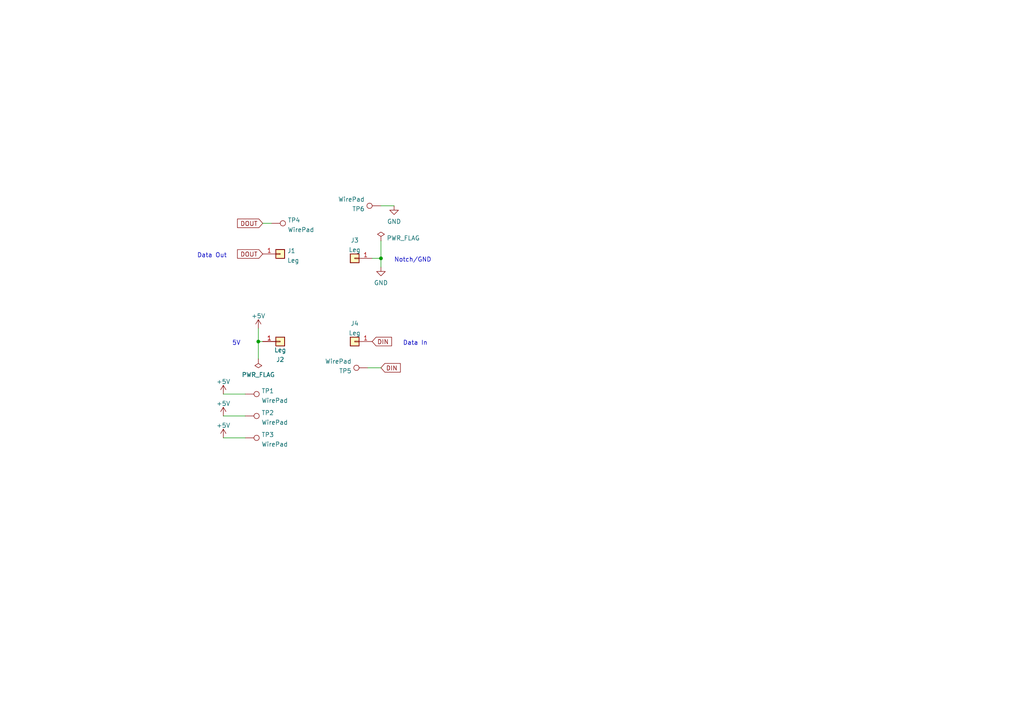
<source format=kicad_sch>
(kicad_sch (version 20211123) (generator eeschema)
  (paper "A4")
  (lib_symbols
    (symbol "Connector:TestPoint" (pin_numbers hide) (pin_names (offset 0.762) hide)
      (property "Reference" "TP" (at 0 6.858 0))
      (property "Value" "TestPoint" (at 0 5.08 0))
      (symbol "TestPoint_0_1"
        (circle (center 0 3.302) (radius 0.762))
      )
      (symbol "TestPoint_1_1"
        (pin passive line (at 0 0 90) (length 2.54) (name "1") (number "1"))
      )
    )
    (symbol "Connector_Generic:Conn_01x01" (pin_names (offset 1.016) hide)
      (property "Reference" "J" (at 0 2.54 0))
      (property "Value" "Conn_01x01" (at 0 -2.54 0))
      (symbol "Conn_01x01_1_1"
        (rectangle (start -1.27 0.127) (end 0 -0.127) (stroke (width 0.1524)))
        (rectangle (start -1.27 1.27) (end 1.27 -1.27) (stroke (width 0.254)) (fill (type background)))
        (pin passive line (at -5.08 0 0) (length 3.81) (name "Pin_1") (number "1"))
      )
    )
    (symbol "power:+5V" (power) (pin_names (offset 0))
      (property "Value" "+5V" (at 0 3.556 0))
      (symbol "+5V_0_1"
        (polyline (pts (xy -0.762 1.27) (xy 0 2.54)))
        (polyline (pts (xy 0 0) (xy 0 2.54)))
        (polyline (pts (xy 0 2.54) (xy 0.762 1.27)))
      )
      (symbol "+5V_1_1"
        (pin power_in line (at 0 0 90) (length 0) hide (name "+5V") (number "1"))
      )
    )
    (symbol "power:GND" (power) (pin_names (offset 0))
      (property "Value" "GND" (at 0 -3.81 0))
      (symbol "GND_0_1"
        (polyline (pts (xy 0 0) (xy 0 -1.27) (xy 1.27 -1.27) (xy 0 -2.54) (xy -1.27 -1.27) (xy 0 -1.27)))
      )
      (symbol "GND_1_1"
        (pin power_in line (at 0 0 270) (length 0) hide (name "GND") (number "1"))
      )
    )
    (symbol "power:PWR_FLAG" (power) (pin_numbers hide) (pin_names (offset 0) hide)
      (property "Value" "PWR_FLAG" (at 0 3.81 0))
      (symbol "PWR_FLAG_0_0"
        (pin power_out line (at 0 0 90) (length 0) (name "pwr") (number "1"))
      )
      (symbol "PWR_FLAG_0_1"
        (polyline (pts (xy 0 0) (xy 0 1.27) (xy -1.016 1.905) (xy 0 2.54) (xy 1.016 1.905) (xy 0 1.27)))
      )
    )
  )
  (junction (at 110.49 74.93))
  (junction (at 74.93 99.06))
  (wire (pts (xy 76.2 64.77) (xy 78.74 64.77)))
  (wire (pts (xy 110.49 74.93) (xy 110.49 77.47)))
  (wire (pts (xy 107.95 74.93) (xy 110.49 74.93)))
  (wire (pts (xy 74.93 95.25) (xy 74.93 99.06)))
  (wire (pts (xy 110.49 106.68) (xy 106.68 106.68)))
  (wire (pts (xy 64.77 114.3) (xy 71.12 114.3)))
  (wire (pts (xy 64.77 127) (xy 71.12 127)))
  (wire (pts (xy 114.3 59.69) (xy 110.49 59.69)))
  (wire (pts (xy 74.93 99.06) (xy 76.2 99.06)))
  (wire (pts (xy 110.49 69.85) (xy 110.49 74.93)))
  (wire (pts (xy 74.93 99.06) (xy 74.93 104.14)))
  (wire (pts (xy 64.77 120.65) (xy 71.12 120.65)))
  (text "5V" (at 67.31 100.33 0) (effects (font (size 1.27 1.27)) (justify left bottom)))
  (text "Data In" (at 116.84 100.33 0) (effects (font (size 1.27 1.27)) (justify left bottom)))
  (text "Data Out" (at 57.15 74.93 0) (effects (font (size 1.27 1.27)) (justify left bottom)))
  (text "Notch/GND" (at 114.3 76.2 0) (effects (font (size 1.27 1.27)) (justify left bottom)))
  (global_label "DOUT" (shape input) (at 76.2 73.66 180) (property "Intersheet References" "${INTERSHEET_REFS}" (effects hide)))
  (global_label "DIN" (shape input) (at 110.49 106.68 0) (property "Intersheet References" "${INTERSHEET_REFS}" (effects hide)))
  (global_label "DOUT" (shape input) (at 76.2 64.77 180) (property "Intersheet References" "${INTERSHEET_REFS}" (effects hide)))
  (global_label "DIN" (shape input) (at 107.95 99.06 0) (property "Intersheet References" "${INTERSHEET_REFS}" (effects hide)))
  (symbol (lib_id "power:GND") (at 110.49 77.47 0) (unit 1)
    (property "Reference" "#PWR0102" (effects hide))
    (property "Value" "GND" (at 110.49 82.0325 0))
  )
  (symbol (lib_id "Connector_Generic:Conn_01x01") (at 102.87 99.06 180) (unit 1)
    (property "Reference" "J4" (at 102.87 93.8235 0))
    (property "Value" "Leg" (at 102.87 96.5986 0))
    (property "Footprint" "prints:pin_pad" (effects hide))
  )
  (symbol (lib_id "Connector_Generic:Conn_01x01") (at 81.28 99.06 0) (unit 1)
    (property "Reference" "J2" (at 81.28 104.2965 0))
    (property "Value" "Leg" (at 81.28 101.5214 0))
    (property "Footprint" "prints:pin_pad" (effects hide))
  )
  (symbol (lib_id "power:PWR_FLAG") (at 74.93 104.14 180) (unit 1)
    (property "Reference" "#FLG01" (effects hide))
    (property "Value" "PWR_FLAG" (at 74.93 108.7025 0))
  )
  (symbol (lib_id "Connector:TestPoint") (at 78.74 64.77 270) (unit 1)
    (property "Reference" "TP4" (at 83.439 63.8615 90) (effects (justify left)))
    (property "Value" "WirePad" (at 83.439 66.6366 90) (effects (justify left)))
    (property "Footprint" "prints:WirePad" (effects hide))
  )
  (symbol (lib_id "Connector_Generic:Conn_01x01") (at 81.28 73.66 0) (unit 1)
    (property "Reference" "J1" (at 83.312 72.7515 0) (effects (justify left)))
    (property "Value" "Leg" (at 83.312 75.5266 0) (effects (justify left)))
    (property "Footprint" "prints:pin_pad" (effects hide))
  )
  (symbol (lib_id "power:PWR_FLAG") (at 110.49 69.85 0) (unit 1)
    (property "Reference" "#FLG02" (effects hide))
    (property "Value" "PWR_FLAG" (at 112.141 69.059 0) (effects (justify left)))
  )
  (symbol (lib_id "power:+5V") (at 74.93 95.25 0) (unit 1)
    (property "Reference" "#PWR0101" (effects hide))
    (property "Value" "+5V" (at 74.93 91.6455 0))
  )
  (symbol (lib_id "Connector_Generic:Conn_01x01") (at 102.87 74.93 180) (unit 1)
    (property "Reference" "J3" (at 102.87 69.6935 0))
    (property "Value" "Leg" (at 102.87 72.4686 0))
    (property "Footprint" "prints:pin_pad" (effects hide))
  )
  (symbol (lib_id "power:GND") (at 114.3 59.69 0) (unit 1)
    (property "Reference" "#PWR0103" (effects hide))
    (property "Value" "GND" (at 114.3 64.2525 0))
  )
  (symbol (lib_id "power:+5V") (at 64.77 120.65 0) (unit 1)
    (property "Reference" "#PWR0104" (effects hide))
    (property "Value" "+5V" (at 64.77 117.0455 0))
  )
  (symbol (lib_id "power:+5V") (at 64.77 127 0) (unit 1)
    (property "Reference" "#PWR0106" (effects hide))
    (property "Value" "+5V" (at 64.77 123.3955 0))
  )
  (symbol (lib_id "Connector:TestPoint") (at 71.12 120.65 270) (unit 1)
    (property "Reference" "TP2" (at 75.819 119.7415 90) (effects (justify left)))
    (property "Value" "WirePad" (at 75.819 122.5166 90) (effects (justify left)))
    (property "Footprint" "prints:WirePad" (effects hide))
  )
  (symbol (lib_id "Connector:TestPoint") (at 71.12 127 270) (unit 1)
    (property "Reference" "TP3" (at 75.819 126.0915 90) (effects (justify left)))
    (property "Value" "WirePad" (at 75.819 128.8666 90) (effects (justify left)))
    (property "Footprint" "prints:WirePad" (effects hide))
  )
  (symbol (lib_id "power:+5V") (at 64.77 114.3 0) (unit 1)
    (property "Reference" "#PWR0105" (effects hide))
    (property "Value" "+5V" (at 64.77 110.6955 0))
  )
  (symbol (lib_id "Connector:TestPoint") (at 71.12 114.3 270) (unit 1)
    (property "Reference" "TP1" (at 75.819 113.3915 90) (effects (justify left)))
    (property "Value" "WirePad" (at 75.819 116.1666 90) (effects (justify left)))
    (property "Footprint" "prints:WirePad" (effects hide))
  )
  (symbol (lib_id "Connector:TestPoint") (at 106.68 106.68 90) (unit 1)
    (property "Reference" "TP5" (at 101.981 107.5885 90) (effects (justify left)))
    (property "Value" "WirePad" (at 101.981 104.8134 90) (effects (justify left)))
    (property "Footprint" "prints:WirePad" (effects hide))
  )
  (symbol (lib_id "Connector:TestPoint") (at 110.49 59.69 90) (unit 1)
    (property "Reference" "TP6" (at 105.791 60.5985 90) (effects (justify left)))
    (property "Value" "WirePad" (at 105.791 57.8234 90) (effects (justify left)))
    (property "Footprint" "prints:WirePad" (effects hide))
  )
)
</source>
